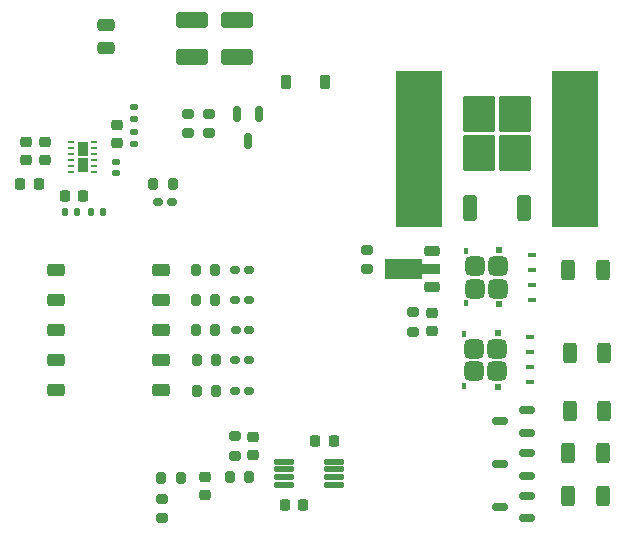
<source format=gbr>
%TF.GenerationSoftware,KiCad,Pcbnew,9.0.6*%
%TF.CreationDate,2026-02-07T23:32:21+00:00*%
%TF.ProjectId,vccs,76636373-2e6b-4696-9361-645f70636258,rev?*%
%TF.SameCoordinates,Original*%
%TF.FileFunction,Paste,Top*%
%TF.FilePolarity,Positive*%
%FSLAX46Y46*%
G04 Gerber Fmt 4.6, Leading zero omitted, Abs format (unit mm)*
G04 Created by KiCad (PCBNEW 9.0.6) date 2026-02-07 23:32:21*
%MOMM*%
%LPD*%
G01*
G04 APERTURE LIST*
G04 Aperture macros list*
%AMRoundRect*
0 Rectangle with rounded corners*
0 $1 Rounding radius*
0 $2 $3 $4 $5 $6 $7 $8 $9 X,Y pos of 4 corners*
0 Add a 4 corners polygon primitive as box body*
4,1,4,$2,$3,$4,$5,$6,$7,$8,$9,$2,$3,0*
0 Add four circle primitives for the rounded corners*
1,1,$1+$1,$2,$3*
1,1,$1+$1,$4,$5*
1,1,$1+$1,$6,$7*
1,1,$1+$1,$8,$9*
0 Add four rect primitives between the rounded corners*
20,1,$1+$1,$2,$3,$4,$5,0*
20,1,$1+$1,$4,$5,$6,$7,0*
20,1,$1+$1,$6,$7,$8,$9,0*
20,1,$1+$1,$8,$9,$2,$3,0*%
%AMFreePoly0*
4,1,9,3.862500,-0.866500,0.737500,-0.866500,0.737500,-0.450000,-0.737500,-0.450000,-0.737500,0.450000,0.737500,0.450000,0.737500,0.866500,3.862500,0.866500,3.862500,-0.866500,3.862500,-0.866500,$1*%
G04 Aperture macros list end*
%ADD10RoundRect,0.250000X0.500000X0.300000X-0.500000X0.300000X-0.500000X-0.300000X0.500000X-0.300000X0*%
%ADD11R,4.000000X13.200000*%
%ADD12RoundRect,0.250000X1.125000X-1.275000X1.125000X1.275000X-1.125000X1.275000X-1.125000X-1.275000X0*%
%ADD13RoundRect,0.250000X0.350000X-0.850000X0.350000X0.850000X-0.350000X0.850000X-0.350000X-0.850000X0*%
%ADD14RoundRect,0.407500X0.415000X0.407500X-0.415000X0.407500X-0.415000X-0.407500X0.415000X-0.407500X0*%
%ADD15RoundRect,0.102500X0.257500X0.102500X-0.257500X0.102500X-0.257500X-0.102500X0.257500X-0.102500X0*%
%ADD16R,0.510000X0.585000*%
%ADD17R,0.410000X0.470000*%
%ADD18RoundRect,0.150000X0.512500X0.150000X-0.512500X0.150000X-0.512500X-0.150000X0.512500X-0.150000X0*%
%ADD19RoundRect,0.225000X-0.225000X-0.375000X0.225000X-0.375000X0.225000X0.375000X-0.225000X0.375000X0*%
%ADD20RoundRect,0.225000X-0.250000X0.225000X-0.250000X-0.225000X0.250000X-0.225000X0.250000X0.225000X0*%
%ADD21RoundRect,0.200000X-0.200000X-0.275000X0.200000X-0.275000X0.200000X0.275000X-0.200000X0.275000X0*%
%ADD22RoundRect,0.250000X0.475000X-0.250000X0.475000X0.250000X-0.475000X0.250000X-0.475000X-0.250000X0*%
%ADD23RoundRect,0.160000X0.222500X0.160000X-0.222500X0.160000X-0.222500X-0.160000X0.222500X-0.160000X0*%
%ADD24RoundRect,0.225000X0.225000X0.250000X-0.225000X0.250000X-0.225000X-0.250000X0.225000X-0.250000X0*%
%ADD25RoundRect,0.250000X-0.312500X-0.625000X0.312500X-0.625000X0.312500X0.625000X-0.312500X0.625000X0*%
%ADD26RoundRect,0.200000X0.275000X-0.200000X0.275000X0.200000X-0.275000X0.200000X-0.275000X-0.200000X0*%
%ADD27RoundRect,0.225000X-0.225000X-0.250000X0.225000X-0.250000X0.225000X0.250000X-0.225000X0.250000X0*%
%ADD28RoundRect,0.200000X-0.275000X0.200000X-0.275000X-0.200000X0.275000X-0.200000X0.275000X0.200000X0*%
%ADD29R,0.950000X1.170000*%
%ADD30RoundRect,0.062500X-0.187500X-0.062500X0.187500X-0.062500X0.187500X0.062500X-0.187500X0.062500X0*%
%ADD31RoundRect,0.135000X0.135000X0.185000X-0.135000X0.185000X-0.135000X-0.185000X0.135000X-0.185000X0*%
%ADD32RoundRect,0.135000X0.185000X-0.135000X0.185000X0.135000X-0.185000X0.135000X-0.185000X-0.135000X0*%
%ADD33RoundRect,0.225000X0.250000X-0.225000X0.250000X0.225000X-0.250000X0.225000X-0.250000X-0.225000X0*%
%ADD34RoundRect,0.140000X-0.170000X0.140000X-0.170000X-0.140000X0.170000X-0.140000X0.170000X0.140000X0*%
%ADD35RoundRect,0.150000X-0.150000X0.512500X-0.150000X-0.512500X0.150000X-0.512500X0.150000X0.512500X0*%
%ADD36RoundRect,0.125000X-0.687500X-0.125000X0.687500X-0.125000X0.687500X0.125000X-0.687500X0.125000X0*%
%ADD37RoundRect,0.160000X-0.222500X-0.160000X0.222500X-0.160000X0.222500X0.160000X-0.222500X0.160000X0*%
%ADD38RoundRect,0.225000X0.425000X0.225000X-0.425000X0.225000X-0.425000X-0.225000X0.425000X-0.225000X0*%
%ADD39FreePoly0,180.000000*%
%ADD40RoundRect,0.250000X-1.100000X0.412500X-1.100000X-0.412500X1.100000X-0.412500X1.100000X0.412500X0*%
G04 APERTURE END LIST*
D10*
%TO.C,SW1*%
X97250000Y-89680000D03*
X97250000Y-87140000D03*
X97250000Y-84600000D03*
X97250000Y-82060000D03*
X97250000Y-79520000D03*
X88350000Y-79520000D03*
X88350000Y-82060000D03*
X88350000Y-84600000D03*
X88350000Y-87140000D03*
X88350000Y-89680000D03*
%TD*%
D11*
%TO.C,HS1*%
X119100000Y-69200000D03*
X132300000Y-69200000D03*
%TD*%
D12*
%TO.C,Q1*%
X124175000Y-69615000D03*
X127225000Y-69615000D03*
X124175000Y-66265000D03*
X127225000Y-66265000D03*
D13*
X123420000Y-74240000D03*
X127980000Y-74240000D03*
%TD*%
D14*
%TO.C,Q3*%
X125792500Y-81065000D03*
X125792500Y-79135000D03*
X123847500Y-81065000D03*
X123847500Y-79135000D03*
D15*
X128615000Y-82005000D03*
X128615000Y-80735000D03*
X128615000Y-79465000D03*
X128615000Y-78195000D03*
D16*
X125900000Y-82372500D03*
X125900000Y-77827500D03*
D17*
X123030000Y-82315000D03*
X123030000Y-77885000D03*
%TD*%
D14*
%TO.C,Q4*%
X125692500Y-88065000D03*
X125692500Y-86135000D03*
X123747500Y-88065000D03*
X123747500Y-86135000D03*
D15*
X128515000Y-89005000D03*
X128515000Y-87735000D03*
X128515000Y-86465000D03*
X128515000Y-85195000D03*
D16*
X125800000Y-89372500D03*
X125800000Y-84827500D03*
D17*
X122930000Y-89315000D03*
X122930000Y-84885000D03*
%TD*%
D18*
%TO.C,Q7*%
X128237500Y-100500001D03*
X128237500Y-98600001D03*
X125962500Y-99550001D03*
%TD*%
%TO.C,Q6*%
X128200000Y-96900001D03*
X128200000Y-95000001D03*
X125925000Y-95950001D03*
%TD*%
%TO.C,Q5*%
X128237500Y-93250000D03*
X128237500Y-91350000D03*
X125962500Y-92300000D03*
%TD*%
D19*
%TO.C,D1*%
X107800000Y-63600000D03*
X111100000Y-63600000D03*
%TD*%
D20*
%TO.C,C13*%
X85800000Y-68625000D03*
X85800000Y-70175000D03*
%TD*%
D21*
%TO.C,R12*%
X100275000Y-87100000D03*
X101925000Y-87100000D03*
%TD*%
D22*
%TO.C,C12*%
X92600000Y-60649999D03*
X92600000Y-58750001D03*
%TD*%
D23*
%TO.C,LD5*%
X104672501Y-79500001D03*
X103527499Y-79500001D03*
%TD*%
D24*
%TO.C,C7*%
X90675000Y-73200000D03*
X89125000Y-73200000D03*
%TD*%
D25*
%TO.C,R9*%
X131737500Y-95000000D03*
X134662500Y-95000000D03*
%TD*%
D26*
%TO.C,R22*%
X101300000Y-67925000D03*
X101300000Y-66275000D03*
%TD*%
D27*
%TO.C,C5*%
X107725000Y-99400000D03*
X109275000Y-99400000D03*
%TD*%
D23*
%TO.C,LD1*%
X104672501Y-89699999D03*
X103527499Y-89699999D03*
%TD*%
%TO.C,LD4*%
X104672500Y-82000000D03*
X103527498Y-82000000D03*
%TD*%
D21*
%TO.C,R5*%
X97275000Y-97100000D03*
X98925000Y-97100000D03*
%TD*%
%TO.C,R15*%
X100175000Y-79500000D03*
X101825000Y-79500000D03*
%TD*%
D28*
%TO.C,R23*%
X99500000Y-66275000D03*
X99500000Y-67925000D03*
%TD*%
D29*
%TO.C,U3*%
X90600000Y-69215000D03*
X90600000Y-70585000D03*
D30*
X89650000Y-68650000D03*
X89650000Y-69150000D03*
X89650000Y-69650000D03*
X89650000Y-70150000D03*
X89650000Y-70650000D03*
X89650000Y-71150000D03*
X91550000Y-71150000D03*
X91550000Y-70650000D03*
X91550000Y-70150000D03*
X91550000Y-69650000D03*
X91550000Y-69150000D03*
X91550000Y-68650000D03*
%TD*%
D26*
%TO.C,R2*%
X114700000Y-79425000D03*
X114700000Y-77775000D03*
%TD*%
D31*
%TO.C,R20*%
X90109998Y-74600000D03*
X89090000Y-74600000D03*
%TD*%
D32*
%TO.C,R17*%
X94999999Y-68809999D03*
X94999999Y-67790001D03*
%TD*%
D33*
%TO.C,C6*%
X93500000Y-68775000D03*
X93500000Y-67225000D03*
%TD*%
D31*
%TO.C,R19*%
X92309998Y-74600000D03*
X91290000Y-74600000D03*
%TD*%
D23*
%TO.C,LD2*%
X104672501Y-87100000D03*
X103527499Y-87100000D03*
%TD*%
D34*
%TO.C,C8*%
X93400000Y-70320000D03*
X93400000Y-71280000D03*
%TD*%
D26*
%TO.C,R21*%
X97300000Y-100525000D03*
X97300000Y-98875000D03*
%TD*%
D23*
%TO.C,LD3*%
X104697501Y-84540000D03*
X103552499Y-84540000D03*
%TD*%
D25*
%TO.C,R10*%
X131737500Y-98600000D03*
X134662500Y-98600000D03*
%TD*%
%TO.C,R6*%
X131737500Y-79499999D03*
X134662500Y-79499999D03*
%TD*%
D27*
%TO.C,C9*%
X85325000Y-72200000D03*
X86875000Y-72200000D03*
%TD*%
D20*
%TO.C,C14*%
X87400000Y-68625000D03*
X87400000Y-70175000D03*
%TD*%
D26*
%TO.C,R3*%
X103500000Y-95225000D03*
X103500000Y-93575000D03*
%TD*%
D35*
%TO.C,Q8*%
X105549999Y-66262500D03*
X103650001Y-66262500D03*
X104600000Y-68537500D03*
%TD*%
D25*
%TO.C,R7*%
X131837500Y-86500000D03*
X134762500Y-86500000D03*
%TD*%
D32*
%TO.C,R18*%
X95000000Y-66709999D03*
X95000000Y-65690001D03*
%TD*%
D36*
%TO.C,U1*%
X107687500Y-95725000D03*
X107687500Y-96375000D03*
X107687500Y-97025000D03*
X107687500Y-97675000D03*
X111912500Y-97675000D03*
X111912500Y-97025000D03*
X111912500Y-96375000D03*
X111912500Y-95725000D03*
%TD*%
D21*
%TO.C,R4*%
X103075000Y-97000000D03*
X104725000Y-97000000D03*
%TD*%
D33*
%TO.C,C3*%
X101000000Y-98575000D03*
X101000000Y-97025000D03*
%TD*%
D25*
%TO.C,R8*%
X131837500Y-91400000D03*
X134762500Y-91400000D03*
%TD*%
D21*
%TO.C,R14*%
X100175000Y-82000000D03*
X101825000Y-82000000D03*
%TD*%
D37*
%TO.C,LD6*%
X97027500Y-73750000D03*
X98172500Y-73750000D03*
%TD*%
D33*
%TO.C,C1*%
X120200000Y-84675000D03*
X120200000Y-83125000D03*
%TD*%
D21*
%TO.C,R13*%
X100200000Y-84540000D03*
X101850000Y-84540000D03*
%TD*%
D38*
%TO.C,Q2*%
X120150000Y-80900000D03*
D39*
X120062499Y-79400000D03*
D38*
X120150000Y-77900000D03*
%TD*%
D21*
%TO.C,R11*%
X100275000Y-89700000D03*
X101925000Y-89700000D03*
%TD*%
D40*
%TO.C,C11*%
X103700000Y-58337500D03*
X103700000Y-61462500D03*
%TD*%
D21*
%TO.C,R16*%
X96575000Y-72200000D03*
X98225000Y-72200000D03*
%TD*%
D26*
%TO.C,R1*%
X118600000Y-84725000D03*
X118600000Y-83075000D03*
%TD*%
D40*
%TO.C,C10*%
X99900000Y-58337500D03*
X99900000Y-61462500D03*
%TD*%
D27*
%TO.C,C4*%
X110325000Y-94000000D03*
X111875000Y-94000000D03*
%TD*%
D33*
%TO.C,C2*%
X105000000Y-95175000D03*
X105000000Y-93625000D03*
%TD*%
M02*

</source>
